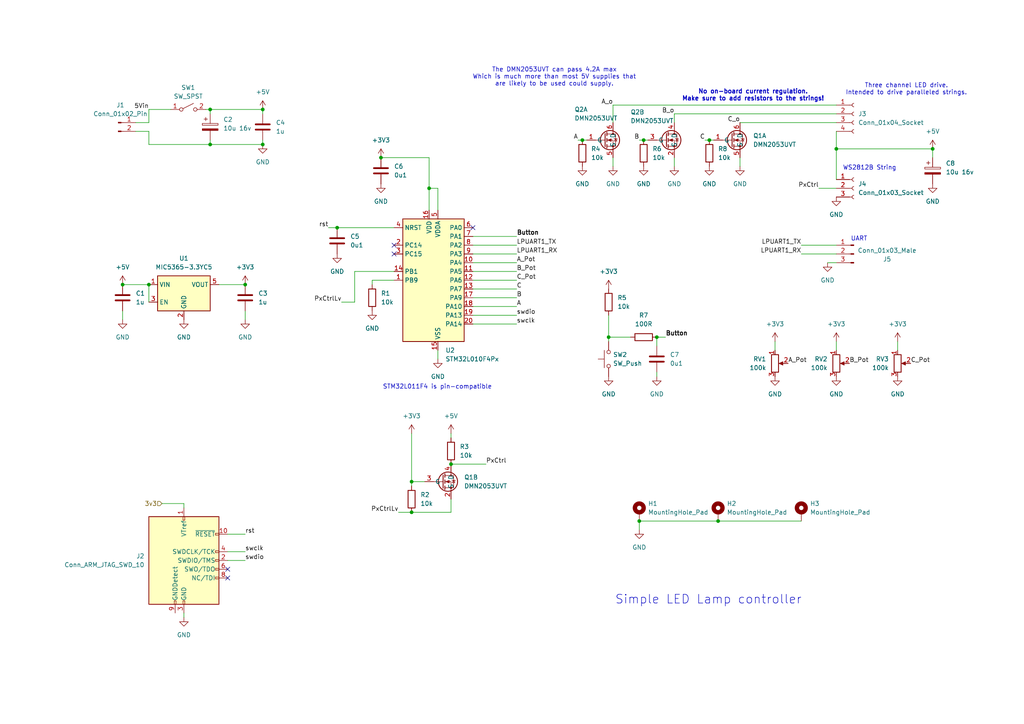
<source format=kicad_sch>
(kicad_sch (version 20230819) (generator eeschema)
  (paper "A4")
  (lib_symbols
    (symbol "Connector:Conn_01x02_Pin" (pin_names (offset 1.016) hide)
      (property "Reference" "J" (at 0 2.54 0))
      (property "Value" "Conn_01x02_Pin" (at 0 -5.08 0))
      (symbol "Conn_01x02_Pin_1_1"
        (polyline (pts (xy 1.27 -2.54) (xy 0.8636 -2.54)) (stroke (width 0.1524)))
        (polyline (pts (xy 1.27 0) (xy 0.8636 0)) (stroke (width 0.1524)))
        (rectangle (start 0.8636 -2.413) (end 0 -2.667) (stroke (width 0.1524)) (fill (type outline)))
        (rectangle (start 0.8636 0.127) (end 0 -0.127) (stroke (width 0.1524)) (fill (type outline)))
        (pin passive line (at 5.08 0 180) (length 3.81) (name "Pin_1") (number "1"))
        (pin passive line (at 5.08 -2.54 180) (length 3.81) (name "Pin_2") (number "2"))
      )
    )
    (symbol "Connector:Conn_01x03_Male" (pin_names (offset 1.016) hide)
      (property "Reference" "J" (at 0 5.08 0))
      (property "Value" "Conn_01x03_Male" (at 0 -5.08 0))
      (symbol "Conn_01x03_Male_1_1"
        (polyline (pts (xy 1.27 -2.54) (xy 0.8636 -2.54)) (stroke (width 0.1524)))
        (polyline (pts (xy 1.27 0) (xy 0.8636 0)) (stroke (width 0.1524)))
        (polyline (pts (xy 1.27 2.54) (xy 0.8636 2.54)) (stroke (width 0.1524)))
        (rectangle (start 0.8636 -2.413) (end 0 -2.667) (stroke (width 0.1524)) (fill (type outline)))
        (rectangle (start 0.8636 0.127) (end 0 -0.127) (stroke (width 0.1524)) (fill (type outline)))
        (rectangle (start 0.8636 2.667) (end 0 2.413) (stroke (width 0.1524)) (fill (type outline)))
        (pin passive line (at 5.08 2.54 180) (length 3.81) (name "Pin_1") (number "1"))
        (pin passive line (at 5.08 0 180) (length 3.81) (name "Pin_2") (number "2"))
        (pin passive line (at 5.08 -2.54 180) (length 3.81) (name "Pin_3") (number "3"))
      )
    )
    (symbol "Connector:Conn_01x03_Socket" (pin_names (offset 1.016) hide)
      (property "Reference" "J" (at 0 5.08 0))
      (property "Value" "Conn_01x03_Socket" (at 0 -5.08 0))
      (symbol "Conn_01x03_Socket_1_1"
        (arc (start 0 -2.032) (mid -0.5058 -2.54) (end 0 -3.048) (stroke (width 0.1524)))
        (polyline (pts (xy -1.27 -2.54) (xy -0.508 -2.54)) (stroke (width 0.1524)))
        (polyline (pts (xy -1.27 0) (xy -0.508 0)) (stroke (width 0.1524)))
        (polyline (pts (xy -1.27 2.54) (xy -0.508 2.54)) (stroke (width 0.1524)))
        (arc (start 0 0.508) (mid -0.5058 0) (end 0 -0.508) (stroke (width 0.1524)))
        (arc (start 0 3.048) (mid -0.5058 2.54) (end 0 2.032) (stroke (width 0.1524)))
        (pin passive line (at -5.08 2.54 0) (length 3.81) (name "Pin_1") (number "1"))
        (pin passive line (at -5.08 0 0) (length 3.81) (name "Pin_2") (number "2"))
        (pin passive line (at -5.08 -2.54 0) (length 3.81) (name "Pin_3") (number "3"))
      )
    )
    (symbol "Connector:Conn_01x04_Socket" (pin_names (offset 1.016) hide)
      (property "Reference" "J" (at 0 5.08 0))
      (property "Value" "Conn_01x04_Socket" (at 0 -7.62 0))
      (symbol "Conn_01x04_Socket_1_1"
        (arc (start 0 -4.572) (mid -0.5058 -5.08) (end 0 -5.588) (stroke (width 0.1524)))
        (arc (start 0 -2.032) (mid -0.5058 -2.54) (end 0 -3.048) (stroke (width 0.1524)))
        (polyline (pts (xy -1.27 -5.08) (xy -0.508 -5.08)) (stroke (width 0.1524)))
        (polyline (pts (xy -1.27 -2.54) (xy -0.508 -2.54)) (stroke (width 0.1524)))
        (polyline (pts (xy -1.27 0) (xy -0.508 0)) (stroke (width 0.1524)))
        (polyline (pts (xy -1.27 2.54) (xy -0.508 2.54)) (stroke (width 0.1524)))
        (arc (start 0 0.508) (mid -0.5058 0) (end 0 -0.508) (stroke (width 0.1524)))
        (arc (start 0 3.048) (mid -0.5058 2.54) (end 0 2.032) (stroke (width 0.1524)))
        (pin passive line (at -5.08 2.54 0) (length 3.81) (name "Pin_1") (number "1"))
        (pin passive line (at -5.08 0 0) (length 3.81) (name "Pin_2") (number "2"))
        (pin passive line (at -5.08 -2.54 0) (length 3.81) (name "Pin_3") (number "3"))
        (pin passive line (at -5.08 -5.08 0) (length 3.81) (name "Pin_4") (number "4"))
      )
    )
    (symbol "Connector:Conn_ARM_JTAG_SWD_10" (pin_names (offset 1.016))
      (property "Reference" "J" (at -2.54 16.51 0))
      (property "Value" "Conn_ARM_JTAG_SWD_10" (at -2.54 13.97 0))
      (symbol "Conn_ARM_JTAG_SWD_10_0_1"
        (rectangle (start -10.16 12.7) (end 10.16 -12.7) (stroke (width 0.254)) (fill (type background)))
        (rectangle (start -2.794 -12.7) (end -2.286 -11.684))
        (rectangle (start -0.254 -12.7) (end 0.254 -11.684))
        (rectangle (start -0.254 12.7) (end 0.254 11.684))
        (rectangle (start 9.144 2.286) (end 10.16 2.794))
        (rectangle (start 10.16 -2.794) (end 9.144 -2.286))
        (rectangle (start 10.16 -0.254) (end 9.144 0.254))
        (rectangle (start 10.16 7.874) (end 9.144 7.366))
      )
      (symbol "Conn_ARM_JTAG_SWD_10_1_1"
        (rectangle (start 9.144 -5.334) (end 10.16 -4.826))
        (pin power_in line (at 0 15.24 270) (length 2.54) (name "VTref") (number "1"))
        (pin open_collector line (at 12.7 7.62 180) (length 2.54) (name "~{RESET}") (number "10"))
        (pin bidirectional line (at 12.7 0 180) (length 2.54) (name "SWDIO/TMS") (number "2"))
        (pin power_in line (at 0 -15.24 90) (length 2.54) (name "GND") (number "3"))
        (pin output line (at 12.7 2.54 180) (length 2.54) (name "SWDCLK/TCK") (number "4"))
        (pin passive line (at 0 -15.24 90) (length 2.54) hide (name "GND") (number "5"))
        (pin input line (at 12.7 -2.54 180) (length 2.54) (name "SWO/TDO") (number "6"))
        (pin no_connect line (at -10.16 0 0) (length 2.54) hide (name "KEY") (number "7"))
        (pin output line (at 12.7 -5.08 180) (length 2.54) (name "NC/TDI") (number "8"))
        (pin passive line (at -2.54 -15.24 90) (length 2.54) (name "GNDDetect") (number "9"))
      )
    )
    (symbol "Device:C" (pin_numbers hide) (pin_names (offset 0.254))
      (property "Reference" "C" (at 0.635 2.54 0))
      (property "Value" "C" (at 0.635 -2.54 0))
      (symbol "C_0_1"
        (polyline (pts (xy -2.032 -0.762) (xy 2.032 -0.762)) (stroke (width 0.508)))
        (polyline (pts (xy -2.032 0.762) (xy 2.032 0.762)) (stroke (width 0.508)))
      )
      (symbol "C_1_1"
        (pin passive line (at 0 3.81 270) (length 2.794) (name "~") (number "1"))
        (pin passive line (at 0 -3.81 90) (length 2.794) (name "~") (number "2"))
      )
    )
    (symbol "Device:C_Polarized" (pin_numbers hide) (pin_names (offset 0.254))
      (property "Reference" "C" (at 0.635 2.54 0))
      (property "Value" "C_Polarized" (at 0.635 -2.54 0))
      (symbol "C_Polarized_0_1"
        (rectangle (start -2.286 0.508) (end 2.286 1.016))
        (polyline (pts (xy -1.778 2.286) (xy -0.762 2.286)))
        (polyline (pts (xy -1.27 2.794) (xy -1.27 1.778)))
        (rectangle (start 2.286 -0.508) (end -2.286 -1.016) (fill (type outline)))
      )
      (symbol "C_Polarized_1_1"
        (pin passive line (at 0 3.81 270) (length 2.794) (name "~") (number "1"))
        (pin passive line (at 0 -3.81 90) (length 2.794) (name "~") (number "2"))
      )
    )
    (symbol "Device:R" (pin_numbers hide) (pin_names (offset 0))
      (property "Reference" "R" (at 2.032 0 90))
      (property "Value" "R" (at 0 0 90))
      (symbol "R_0_1"
        (rectangle (start -1.016 -2.54) (end 1.016 2.54) (stroke (width 0.254)))
      )
      (symbol "R_1_1"
        (pin passive line (at 0 3.81 270) (length 1.27) (name "~") (number "1"))
        (pin passive line (at 0 -3.81 90) (length 1.27) (name "~") (number "2"))
      )
    )
    (symbol "Device:R_Potentiometer" (pin_names (offset 1.016) hide)
      (property "Reference" "RV" (at -4.445 0 90))
      (property "Value" "R_Potentiometer" (at -2.54 0 90))
      (symbol "R_Potentiometer_0_1"
        (polyline (pts (xy 2.54 0) (xy 1.524 0)))
        (polyline (pts (xy 1.143 0) (xy 2.286 0.508) (xy 2.286 -0.508) (xy 1.143 0)) (fill (type outline)))
        (rectangle (start 1.016 2.54) (end -1.016 -2.54) (stroke (width 0.254)))
      )
      (symbol "R_Potentiometer_1_1"
        (pin passive line (at 0 3.81 270) (length 1.27) (name "1") (number "1"))
        (pin passive line (at 3.81 0 180) (length 1.27) (name "2") (number "2"))
        (pin passive line (at 0 -3.81 90) (length 1.27) (name "3") (number "3"))
      )
    )
    (symbol "MCU_ST_STM32L0:STM32L010F4Px"
      (property "Reference" "U" (at -7.62 19.05 0))
      (property "Value" "STM32L010F4Px" (at 5.08 19.05 0))
      (symbol "STM32L010F4Px_0_1"
        (rectangle (start -7.62 -17.78) (end 10.16 17.78) (stroke (width 0.254)) (fill (type background)))
      )
      (symbol "STM32L010F4Px_1_1"
        (pin bidirectional line (at -10.16 0 0) (length 2.54) (name "PB9") (number "1"))
        (pin bidirectional line (at 12.7 5.08 180) (length 2.54) (name "PA4") (number "10"))
        (pin bidirectional line (at 12.7 2.54 180) (length 2.54) (name "PA5") (number "11"))
        (pin bidirectional line (at 12.7 0 180) (length 2.54) (name "PA6") (number "12"))
        (pin bidirectional line (at 12.7 -2.54 180) (length 2.54) (name "PA7") (number "13"))
        (pin bidirectional line (at -10.16 2.54 0) (length 2.54) (name "PB1") (number "14"))
        (pin power_in line (at 2.54 -20.32 90) (length 2.54) (name "VSS") (number "15"))
        (pin power_in line (at 0 20.32 270) (length 2.54) (name "VDD") (number "16"))
        (pin bidirectional line (at 12.7 -5.08 180) (length 2.54) (name "PA9") (number "17"))
        (pin bidirectional line (at 12.7 -7.62 180) (length 2.54) (name "PA10") (number "18"))
        (pin bidirectional line (at 12.7 -10.16 180) (length 2.54) (name "PA13") (number "19"))
        (pin bidirectional line (at -10.16 10.16 0) (length 2.54) (name "PC14") (number "2"))
        (pin bidirectional line (at 12.7 -12.7 180) (length 2.54) (name "PA14") (number "20"))
        (pin bidirectional line (at -10.16 7.62 0) (length 2.54) (name "PC15") (number "3"))
        (pin input line (at -10.16 15.24 0) (length 2.54) (name "NRST") (number "4"))
        (pin power_in line (at 2.54 20.32 270) (length 2.54) (name "VDDA") (number "5"))
        (pin bidirectional line (at 12.7 15.24 180) (length 2.54) (name "PA0") (number "6"))
        (pin bidirectional line (at 12.7 12.7 180) (length 2.54) (name "PA1") (number "7"))
        (pin bidirectional line (at 12.7 10.16 180) (length 2.54) (name "PA2") (number "8"))
        (pin bidirectional line (at 12.7 7.62 180) (length 2.54) (name "PA3") (number "9"))
      )
    )
    (symbol "Mechanical:MountingHole_Pad" (pin_numbers hide) (pin_names (offset 1.016) hide)
      (property "Reference" "H" (at 0 6.35 0))
      (property "Value" "MountingHole_Pad" (at 0 4.445 0))
      (symbol "MountingHole_Pad_0_1"
        (circle (center 0 1.27) (radius 1.27) (stroke (width 1.27)))
      )
      (symbol "MountingHole_Pad_1_1"
        (pin input line (at 0 -2.54 90) (length 2.54) (name "1") (number "1"))
      )
    )
    (symbol "Regulator_Linear:MIC5365-3.3YC5"
      (property "Reference" "U" (at -6.35 6.35 0))
      (property "Value" "MIC5365-3.3YC5" (at 0 6.35 0))
      (symbol "MIC5365-3.3YC5_0_1"
        (rectangle (start -7.62 -5.08) (end 7.62 5.08) (stroke (width 0.254)) (fill (type background)))
      )
      (symbol "MIC5365-3.3YC5_1_1"
        (pin power_in line (at -10.16 2.54 0) (length 2.54) (name "VIN") (number "1"))
        (pin power_in line (at 0 -7.62 90) (length 2.54) (name "GND") (number "2"))
        (pin input line (at -10.16 -2.54 0) (length 2.54) (name "EN") (number "3"))
        (pin no_connect line (at 7.62 -2.54 180) (length 2.54) hide (name "NC") (number "4"))
        (pin power_out line (at 10.16 2.54 180) (length 2.54) (name "VOUT") (number "5"))
      )
    )
    (symbol "Switch:SW_Push" (pin_numbers hide) (pin_names (offset 1.016) hide)
      (property "Reference" "SW" (at 1.27 2.54 0))
      (property "Value" "SW_Push" (at 0 -1.524 0))
      (symbol "SW_Push_0_1"
        (circle (center -2.032 0) (radius 0.508))
        (polyline (pts (xy 0 1.27) (xy 0 3.048)))
        (polyline (pts (xy 2.54 1.27) (xy -2.54 1.27)))
        (circle (center 2.032 0) (radius 0.508))
        (pin passive line (at -5.08 0 0) (length 2.54) (name "1") (number "1"))
        (pin passive line (at 5.08 0 180) (length 2.54) (name "2") (number "2"))
      )
    )
    (symbol "Switch:SW_SPST" (pin_names (offset 0) hide)
      (property "Reference" "SW" (at 0 3.175 0))
      (property "Value" "SW_SPST" (at 0 -2.54 0))
      (symbol "SW_SPST_0_0"
        (circle (center -2.032 0) (radius 0.508))
        (polyline (pts (xy -1.524 0.254) (xy 1.524 1.778)))
        (circle (center 2.032 0) (radius 0.508))
      )
      (symbol "SW_SPST_1_1"
        (pin passive line (at -5.08 0 0) (length 2.54) (name "A") (number "1"))
        (pin passive line (at 5.08 0 180) (length 2.54) (name "B") (number "2"))
      )
    )
    (symbol "kicad_global_library:DMN2053UVT"
      (property "Reference" "Q" (at 0 9.398 0))
      (property "Value" "DMN2053UVT" (at -0.508 6.604 0))
      (symbol "DMN2053UVT_0_1"
        (polyline (pts (xy 5.334 0) (xy 2.54 0)))
        (polyline (pts (xy 5.334 1.905) (xy 5.334 -1.905)) (stroke (width 0.254)))
        (polyline (pts (xy 5.842 -1.27) (xy 5.842 -2.286)) (stroke (width 0.254)))
        (polyline (pts (xy 5.842 0.508) (xy 5.842 -0.508)) (stroke (width 0.254)))
        (polyline (pts (xy 5.842 2.286) (xy 5.842 1.27)) (stroke (width 0.254)))
        (polyline (pts (xy 7.62 2.54) (xy 7.62 1.778)))
        (polyline (pts (xy 7.62 -2.54) (xy 7.62 0) (xy 5.842 0)))
        (polyline (pts (xy 5.842 -1.778) (xy 8.382 -1.778) (xy 8.382 1.778) (xy 5.842 1.778)))
        (polyline (pts (xy 6.096 0) (xy 7.112 0.381) (xy 7.112 -0.381) (xy 6.096 0)) (fill (type outline)))
        (polyline (pts (xy 7.874 0.508) (xy 8.001 0.381) (xy 8.763 0.381) (xy 8.89 0.254)))
        (polyline (pts (xy 8.382 0.381) (xy 8.001 -0.254) (xy 8.763 -0.254) (xy 8.382 0.381)))
        (circle (center 6.731 0) (radius 2.794) (stroke (width 0.254)))
        (circle (center 7.62 -1.778) (radius 0.254) (fill (type outline)))
        (circle (center 7.62 1.778) (radius 0.254) (fill (type outline)))
      )
      (symbol "DMN2053UVT_1_1"
        (pin input line (at 0 0 0) (length 2.54) (name "G") (number "1"))
        (pin passive line (at 7.62 -5.08 90) (length 2.54) (name "S") (number "5"))
        (pin passive line (at 7.62 5.08 270) (length 2.54) (name "D") (number "6"))
      )
      (symbol "DMN2053UVT_2_1"
        (pin passive line (at 7.62 -5.08 90) (length 2.54) (name "S") (number "2"))
        (pin input line (at 0 0 0) (length 2.54) (name "G") (number "3"))
        (pin passive line (at 7.62 5.08 270) (length 2.54) (name "D") (number "4"))
      )
    )
    (symbol "power:+3V3" (power) (pin_names (offset 0))
      (property "Value" "+3V3" (at 0 3.556 0))
      (symbol "+3V3_0_1"
        (polyline (pts (xy -0.762 1.27) (xy 0 2.54)))
        (polyline (pts (xy 0 0) (xy 0 2.54)))
        (polyline (pts (xy 0 2.54) (xy 0.762 1.27)))
      )
      (symbol "+3V3_1_1"
        (pin power_in line (at 0 0 90) (length 0) hide (name "+3V3") (number "1"))
      )
    )
    (symbol "power:+5V" (power) (pin_names (offset 0))
      (property "Value" "+5V" (at 0 3.556 0))
      (symbol "+5V_0_1"
        (polyline (pts (xy -0.762 1.27) (xy 0 2.54)))
        (polyline (pts (xy 0 0) (xy 0 2.54)))
        (polyline (pts (xy 0 2.54) (xy 0.762 1.27)))
      )
      (symbol "+5V_1_1"
        (pin power_in line (at 0 0 90) (length 0) hide (name "+5V") (number "1"))
      )
    )
    (symbol "power:GND" (power) (pin_names (offset 0))
      (property "Value" "GND" (at 0 -3.81 0))
      (symbol "GND_0_1"
        (polyline (pts (xy 0 0) (xy 0 -1.27) (xy 1.27 -1.27) (xy 0 -2.54) (xy -1.27 -1.27) (xy 0 -1.27)))
      )
      (symbol "GND_1_1"
        (pin power_in line (at 0 0 270) (length 0) hide (name "GND") (number "1"))
      )
    )
  )
  (junction (at 185.42 151.13))
  (junction (at 270.51 43.18))
  (junction (at 130.81 134.62))
  (junction (at 190.5 97.79))
  (junction (at 242.57 43.18))
  (junction (at 168.91 40.64))
  (junction (at 110.49 45.72))
  (junction (at 119.38 148.59))
  (junction (at 60.96 31.75))
  (junction (at 60.96 41.91))
  (junction (at 76.2 31.75))
  (junction (at 176.53 97.79))
  (junction (at 43.18 82.55))
  (junction (at 76.2 41.91))
  (junction (at 35.56 82.55))
  (junction (at 205.74 40.64))
  (junction (at 186.69 40.64))
  (junction (at 208.28 151.13))
  (junction (at 119.38 139.7))
  (junction (at 124.46 54.61))
  (junction (at 97.79 66.04))
  (junction (at 71.12 82.55))
  (no_connect (at 137.16 66.04))
  (no_connect (at 66.04 165.1))
  (no_connect (at 114.3 73.66))
  (no_connect (at 66.04 167.64))
  (no_connect (at 114.3 71.12))
  (wire (pts (xy 119.38 148.59) (xy 130.81 148.59)))
  (wire (pts (xy 190.5 107.95) (xy 190.5 109.22)))
  (wire (pts (xy 130.81 125.73) (xy 130.81 127)))
  (wire (pts (xy 102.87 78.74) (xy 114.3 78.74)))
  (wire (pts (xy 177.8 48.26) (xy 177.8 45.72)))
  (wire (pts (xy 260.35 99.06) (xy 260.35 101.6)))
  (wire (pts (xy 137.16 73.66) (xy 149.86 73.66)))
  (wire (pts (xy 190.5 97.79) (xy 190.5 100.33)))
  (wire (pts (xy 242.57 43.18) (xy 242.57 52.07)))
  (wire (pts (xy 130.81 144.78) (xy 130.81 148.59)))
  (wire (pts (xy 232.41 71.12) (xy 242.57 71.12)))
  (wire (pts (xy 43.18 35.56) (xy 39.37 35.56)))
  (wire (pts (xy 35.56 82.55) (xy 43.18 82.55)))
  (wire (pts (xy 35.56 92.71) (xy 35.56 90.17)))
  (wire (pts (xy 60.96 41.91) (xy 43.18 41.91)))
  (wire (pts (xy 137.16 91.44) (xy 149.86 91.44)))
  (wire (pts (xy 185.42 153.67) (xy 185.42 151.13)))
  (wire (pts (xy 127 60.96) (xy 127 54.61)))
  (wire (pts (xy 60.96 41.91) (xy 60.96 40.64)))
  (wire (pts (xy 176.53 97.79) (xy 176.53 99.06)))
  (wire (pts (xy 176.53 91.44) (xy 176.53 97.79)))
  (wire (pts (xy 115.57 148.59) (xy 119.38 148.59)))
  (wire (pts (xy 43.18 31.75) (xy 43.18 35.56)))
  (wire (pts (xy 66.04 160.02) (xy 71.12 160.02)))
  (wire (pts (xy 149.86 81.28) (xy 137.16 81.28)))
  (wire (pts (xy 149.86 88.9) (xy 137.16 88.9)))
  (wire (pts (xy 149.86 83.82) (xy 137.16 83.82)))
  (wire (pts (xy 95.25 66.04) (xy 97.79 66.04)))
  (wire (pts (xy 195.58 35.56) (xy 195.58 33.02)))
  (wire (pts (xy 168.91 40.64) (xy 170.18 40.64)))
  (wire (pts (xy 214.63 48.26) (xy 214.63 45.72)))
  (wire (pts (xy 186.69 40.64) (xy 187.96 40.64)))
  (wire (pts (xy 185.42 40.64) (xy 186.69 40.64)))
  (wire (pts (xy 99.06 87.63) (xy 102.87 87.63)))
  (wire (pts (xy 137.16 71.12) (xy 149.86 71.12)))
  (wire (pts (xy 102.87 87.63) (xy 102.87 78.74)))
  (wire (pts (xy 177.8 30.48) (xy 177.8 35.56)))
  (wire (pts (xy 107.95 81.28) (xy 114.3 81.28)))
  (wire (pts (xy 66.04 162.56) (xy 71.12 162.56)))
  (wire (pts (xy 242.57 43.18) (xy 242.57 38.1)))
  (wire (pts (xy 149.86 68.58) (xy 137.16 68.58)))
  (wire (pts (xy 177.8 30.48) (xy 242.57 30.48)))
  (wire (pts (xy 124.46 45.72) (xy 124.46 54.61)))
  (wire (pts (xy 76.2 41.91) (xy 60.96 41.91)))
  (wire (pts (xy 63.5 82.55) (xy 71.12 82.55)))
  (wire (pts (xy 242.57 54.61) (xy 237.49 54.61)))
  (wire (pts (xy 53.34 146.05) (xy 46.99 146.05)))
  (wire (pts (xy 167.64 40.64) (xy 168.91 40.64)))
  (wire (pts (xy 195.58 33.02) (xy 242.57 33.02)))
  (wire (pts (xy 214.63 35.56) (xy 242.57 35.56)))
  (wire (pts (xy 137.16 93.98) (xy 149.86 93.98)))
  (wire (pts (xy 205.74 40.64) (xy 207.01 40.64)))
  (wire (pts (xy 43.18 87.63) (xy 43.18 82.55)))
  (wire (pts (xy 127 54.61) (xy 124.46 54.61)))
  (wire (pts (xy 127 101.6) (xy 127 104.14)))
  (wire (pts (xy 76.2 33.02) (xy 76.2 31.75)))
  (wire (pts (xy 242.57 99.06) (xy 242.57 101.6)))
  (wire (pts (xy 193.04 97.79) (xy 190.5 97.79)))
  (wire (pts (xy 71.12 92.71) (xy 71.12 90.17)))
  (wire (pts (xy 53.34 177.8) (xy 53.34 179.07)))
  (wire (pts (xy 195.58 48.26) (xy 195.58 45.72)))
  (wire (pts (xy 224.79 99.06) (xy 224.79 101.6)))
  (wire (pts (xy 119.38 139.7) (xy 119.38 140.97)))
  (wire (pts (xy 149.86 78.74) (xy 137.16 78.74)))
  (wire (pts (xy 149.86 76.2) (xy 137.16 76.2)))
  (wire (pts (xy 66.04 154.94) (xy 71.12 154.94)))
  (wire (pts (xy 53.34 147.32) (xy 53.34 146.05)))
  (wire (pts (xy 242.57 43.18) (xy 270.51 43.18)))
  (wire (pts (xy 242.57 76.2) (xy 240.03 76.2)))
  (wire (pts (xy 76.2 31.75) (xy 60.96 31.75)))
  (wire (pts (xy 149.86 86.36) (xy 137.16 86.36)))
  (wire (pts (xy 176.53 97.79) (xy 182.88 97.79)))
  (wire (pts (xy 119.38 125.73) (xy 119.38 139.7)))
  (wire (pts (xy 123.19 139.7) (xy 119.38 139.7)))
  (wire (pts (xy 124.46 60.96) (xy 124.46 54.61)))
  (wire (pts (xy 204.47 40.64) (xy 205.74 40.64)))
  (wire (pts (xy 185.42 151.13) (xy 208.28 151.13)))
  (wire (pts (xy 60.96 31.75) (xy 60.96 33.02)))
  (wire (pts (xy 208.28 151.13) (xy 232.41 151.13)))
  (wire (pts (xy 43.18 41.91) (xy 43.18 38.1)))
  (wire (pts (xy 59.69 31.75) (xy 60.96 31.75)))
  (wire (pts (xy 232.41 73.66) (xy 242.57 73.66)))
  (wire (pts (xy 97.79 66.04) (xy 114.3 66.04)))
  (wire (pts (xy 130.81 134.62) (xy 140.97 134.62)))
  (wire (pts (xy 110.49 45.72) (xy 124.46 45.72)))
  (wire (pts (xy 49.53 31.75) (xy 43.18 31.75)))
  (wire (pts (xy 270.51 45.72) (xy 270.51 43.18)))
  (wire (pts (xy 76.2 41.91) (xy 76.2 40.64)))
  (wire (pts (xy 107.95 82.55) (xy 107.95 81.28)))
  (wire (pts (xy 43.18 38.1) (xy 39.37 38.1)))
  (text "The DMN2053UVT can pass 4.2A max\nWhich is much more than most 5V supplies that\nare likely to be used could supply." (at 160.782 22.352 0) (effects (font (size 1.27 1.27))))
  (text "UART" (at 249.174 69.342 0) (effects (font (size 1.27 1.27))))
  (text "No on-board current regulation.\nMake sure to add resistors to the strings!" (at 218.44 27.686 0) (effects (font (size 1.27 1.27) (thickness 0.254) bold)))
  (text "Simple LED Lamp controller" (at 205.486 173.99 0) (effects (font (size 2.54 2.54))))
  (text "Three channel LED drive.\nIntended to drive paralleled strings." (at 262.89 25.908 0) (effects (font (size 1.27 1.27))))
  (text "STM32L011F4 is pin-compatible" (at 110.998 113.03 0) (effects (font (size 1.27 1.27)) (justify left bottom)))
  (text "WS2812B String" (at 252.222 48.768 0) (effects (font (size 1.27 1.27))))
  (label "swdio" (at 71.12 162.56 0))
  (label "B_Pot" (at 149.86 78.74 0))
  (label "C_Pot" (at 264.16 105.41 0))
  (label "5Vin" (at 43.18 31.75 180))
  (label "swclk" (at 149.86 93.98 0))
  (label "A" (at 149.86 88.9 0))
  (label "B_o" (at 195.58 33.02 180))
  (label "LPUART1_RX" (at 232.41 73.66 180))
  (label "rst" (at 71.12 154.94 0))
  (label "B" (at 185.42 40.64 180))
  (label "C_o" (at 214.63 35.56 180))
  (label "B" (at 149.86 86.36 0))
  (label "LPUART1_TX" (at 149.86 71.12 0))
  (label "C_Pot" (at 149.86 81.28 0))
  (label "A_Pot" (at 228.6 105.41 0))
  (label "rst" (at 95.25 66.04 180))
  (label "LPUART1_RX" (at 149.86 73.66 0))
  (label "Button" (at 193.04 97.79 0) (effects (font bold)))
  (label "Button" (at 149.86 68.58 0) (effects (font bold)))
  (label "B_Pot" (at 246.38 105.41 0))
  (label "swdio" (at 149.86 91.44 0))
  (label "swclk" (at 71.12 160.02 0))
  (label "PxCtrlLv" (at 99.06 87.63 180))
  (label "A_Pot" (at 149.86 76.2 0))
  (label "C" (at 204.47 40.64 180))
  (label "PxCtrl" (at 237.49 54.61 180))
  (label "PxCtrl" (at 140.97 134.62 0))
  (label "LPUART1_TX" (at 232.41 71.12 180))
  (label "PxCtrlLv" (at 115.57 148.59 180))
  (label "A_o" (at 177.8 30.48 180))
  (label "C" (at 149.86 83.82 0))
  (label "A" (at 167.64 40.64 180))
  (hierarchical_label "3v3" (shape input) (at 46.99 146.05 180))
  (symbol (lib_id "Device:C") (at 190.5 104.14 0) (unit 1)
    (property "Reference" "C7" (at 194.31 102.8699 0) (effects (justify left)))
    (property "Value" "0u1" (at 194.31 105.4099 0) (effects (justify left)))
    (property "Footprint" "Capacitor_SMD:C_0805_2012Metric_Pad1.18x1.45mm_HandSolder" (effects hide))
    (property "Description" "Unpolarized capacitor" (effects hide))
  )
  (symbol (lib_id "Switch:SW_Push") (at 176.53 104.14 90) (unit 1)
    (property "Reference" "SW2" (at 177.8 102.8699 90) (effects (justify right)))
    (property "Value" "SW_Push" (at 177.8 105.4099 90) (effects (justify right)))
    (property "Footprint" "Connector_PinHeader_1.27mm:PinHeader_1x02_P1.27mm_Vertical" (effects hide))
    (property "Description" "Push button switch, generic, two pins" (effects hide))
  )
  (symbol (lib_id "Connector:Conn_ARM_JTAG_SWD_10") (at 53.34 162.56 0) (unit 1)
    (property "Reference" "J2" (at 41.91 161.2899 0) (effects (justify right)))
    (property "Value" "Conn_ARM_JTAG_SWD_10" (at 41.91 163.8299 0) (effects (justify right)))
    (property "Footprint" "Connector_PinHeader_1.27mm:PinHeader_2x05_P1.27mm_Vertical" (effects hide))
    (property "Datasheet" "http://infocenter.arm.com/help/topic/com.arm.doc.ddi0314h/DDI0314H_coresight_components_trm.pdf" (effects hide))
  )
  (symbol (lib_id "power:+5V") (at 270.51 43.18 0) (unit 1)
    (property "Reference" "#PWR033" (effects hide))
    (property "Value" "+5V" (at 270.51 38.1 0))
    (property "Description" "Power symbol creates a global label with name \"+5V\"" (effects hide))
  )
  (symbol (lib_id "power:GND") (at 71.12 92.71 0) (unit 1)
    (property "Reference" "#PWR06" (effects hide))
    (property "Value" "GND" (at 71.12 97.79 0))
    (property "Description" "Power symbol creates a global label with name \"GND\" , ground" (effects hide))
  )
  (symbol (lib_id "Device:R") (at 205.74 44.45 0) (unit 1)
    (property "Reference" "R8" (at 208.28 43.1799 0) (effects (justify left)))
    (property "Value" "10k" (at 208.28 45.7199 0) (effects (justify left)))
    (property "Footprint" "Resistor_SMD:R_0603_1608Metric_Pad0.98x0.95mm_HandSolder" (effects hide))
  )
  (symbol (lib_id "Device:C") (at 71.12 86.36 0) (unit 1)
    (property "Reference" "C3" (at 74.93 85.0899 0) (effects (justify left)))
    (property "Value" "1u" (at 74.93 87.6299 0) (effects (justify left)))
    (property "Footprint" "Capacitor_SMD:C_0805_2012Metric_Pad1.18x1.45mm_HandSolder" (effects hide))
    (property "Description" "Unpolarized capacitor" (effects hide))
  )
  (symbol (lib_id "kicad_global_library:DMN2053UVT") (at 207.01 40.64 0) (unit 1)
    (property "Reference" "Q1" (at 218.44 39.3699 0) (effects (justify left)))
    (property "Value" "DMN2053UVT" (at 218.44 41.9099 0) (effects (justify left)))
    (property "Footprint" "Package_TO_SOT_SMD:TSOT-23-6" (effects hide))
    (property "Datasheet" "https://www.diodes.com/assets/Datasheets/DMN2053UVT.pdf" (effects hide))
    (property "Description" "MOSFET 2N-CH 20V 4.6A TSOT26" (effects hide))
  )
  (symbol (lib_id "Device:R") (at 107.95 86.36 0) (unit 1)
    (property "Reference" "R1" (at 110.49 85.0899 0) (effects (justify left)))
    (property "Value" "10k" (at 110.49 87.6299 0) (effects (justify left)))
    (property "Footprint" "Resistor_SMD:R_0603_1608Metric_Pad0.98x0.95mm_HandSolder" (effects hide))
    (property "Description" "Resistor" (effects hide))
  )
  (symbol (lib_id "power:GND") (at 168.91 48.26 0) (unit 1)
    (property "Reference" "#PWR016" (effects hide))
    (property "Value" "GND" (at 168.91 53.34 0))
  )
  (symbol (lib_id "power:+3V3") (at 110.49 45.72 0) (unit 1)
    (property "Reference" "#PWR011" (effects hide))
    (property "Value" "+3V3" (at 110.49 40.64 0))
    (property "Description" "Power symbol creates a global label with name \"+3V3\"" (effects hide))
  )
  (symbol (lib_id "Device:C_Polarized") (at 270.51 49.53 0) (unit 1)
    (property "Reference" "C8" (at 274.32 47.3709 0) (effects (justify left)))
    (property "Value" "10u 16v" (at 274.32 49.9109 0) (effects (justify left)))
    (property "Footprint" "Capacitor_THT:CP_Radial_D4.0mm_P2.00mm" (effects hide))
    (property "Description" "Polarized capacitor" (effects hide))
  )
  (symbol (lib_id "Device:C_Polarized") (at 60.96 36.83 0) (unit 1)
    (property "Reference" "C2" (at 64.77 34.6709 0) (effects (justify left)))
    (property "Value" "10u 16v" (at 64.77 37.2109 0) (effects (justify left)))
    (property "Footprint" "Capacitor_THT:CP_Radial_D4.0mm_P2.00mm" (effects hide))
    (property "Description" "Polarized capacitor" (effects hide))
  )
  (symbol (lib_id "power:GND") (at 260.35 109.22 0) (unit 1)
    (property "Reference" "#PWR032" (effects hide))
    (property "Value" "GND" (at 260.35 114.3 0))
  )
  (symbol (lib_id "Mechanical:MountingHole_Pad") (at 185.42 148.59 0) (unit 1)
    (property "Reference" "H1" (at 187.96 146.0499 0) (effects (justify left)))
    (property "Value" "MountingHole_Pad" (at 187.96 148.5899 0) (effects (justify left)))
    (property "Footprint" "MountingHole:MountingHole_2.2mm_M2_DIN965_Pad" (effects hide))
    (property "Description" "Mounting Hole with connection" (effects hide))
  )
  (symbol (lib_id "Device:R") (at 176.53 87.63 0) (unit 1)
    (property "Reference" "R5" (at 179.07 86.3599 0) (effects (justify left)))
    (property "Value" "10k" (at 179.07 88.8999 0) (effects (justify left)))
    (property "Footprint" "Resistor_SMD:R_0603_1608Metric_Pad0.98x0.95mm_HandSolder" (effects hide))
  )
  (symbol (lib_id "Device:R") (at 130.81 130.81 0) (unit 1)
    (property "Reference" "R3" (at 133.35 129.5399 0) (effects (justify left)))
    (property "Value" "10k" (at 133.35 132.0799 0) (effects (justify left)))
    (property "Footprint" "Resistor_SMD:R_0603_1608Metric_Pad0.98x0.95mm_HandSolder" (effects hide))
  )
  (symbol (lib_id "Device:R_Potentiometer") (at 242.57 105.41 0) (unit 1)
    (property "Reference" "RV2" (at 240.03 104.1399 0) (effects (justify right)))
    (property "Value" "100k" (at 240.03 106.6799 0) (effects (justify right)))
    (property "Footprint" "Connector_PinHeader_1.27mm:PinHeader_1x03_P1.27mm_Vertical" (effects hide))
    (property "Description" "Potentiometer" (effects hide))
  )
  (symbol (lib_id "Device:R") (at 186.69 97.79 90) (unit 1)
    (property "Reference" "R7" (at 186.69 91.44 90))
    (property "Value" "100R" (at 186.69 93.98 90))
    (property "Footprint" "Resistor_SMD:R_0603_1608Metric_Pad0.98x0.95mm_HandSolder" (effects hide))
  )
  (symbol (lib_id "power:GND") (at 205.74 48.26 0) (unit 1)
    (property "Reference" "#PWR023" (effects hide))
    (property "Value" "GND" (at 205.74 53.34 0))
  )
  (symbol (lib_id "power:GND") (at 97.79 73.66 0) (unit 1)
    (property "Reference" "#PWR09" (effects hide))
    (property "Value" "GND" (at 97.79 78.74 0))
  )
  (symbol (lib_id "power:GND") (at 190.5 109.22 0) (unit 1)
    (property "Reference" "#PWR021" (effects hide))
    (property "Value" "GND" (at 190.5 114.3 0))
  )
  (symbol (lib_id "Device:R") (at 119.38 144.78 0) (unit 1)
    (property "Reference" "R2" (at 121.92 143.5099 0) (effects (justify left)))
    (property "Value" "10k" (at 121.92 146.0499 0) (effects (justify left)))
    (property "Footprint" "Resistor_SMD:R_0603_1608Metric_Pad0.98x0.95mm_HandSolder" (effects hide))
  )
  (symbol (lib_id "Device:R") (at 186.69 44.45 0) (unit 1)
    (property "Reference" "R6" (at 189.23 43.1799 0) (effects (justify left)))
    (property "Value" "10k" (at 189.23 45.7199 0) (effects (justify left)))
    (property "Footprint" "Resistor_SMD:R_0603_1608Metric_Pad0.98x0.95mm_HandSolder" (effects hide))
  )
  (symbol (lib_id "power:+5V") (at 35.56 82.55 0) (unit 1)
    (property "Reference" "#PWR01" (effects hide))
    (property "Value" "+5V" (at 35.56 77.47 0))
    (property "Description" "Power symbol creates a global label with name \"+5V\"" (effects hide))
  )
  (symbol (lib_id "power:GND") (at 176.53 109.22 0) (unit 1)
    (property "Reference" "#PWR018" (effects hide))
    (property "Value" "GND" (at 176.53 114.3 0))
  )
  (symbol (lib_id "Switch:SW_SPST") (at 54.61 31.75 0) (unit 1)
    (property "Reference" "SW1" (at 54.61 25.4 0))
    (property "Value" "SW_SPST" (at 54.61 27.94 0))
    (property "Footprint" "Connector_PinHeader_2.54mm:PinHeader_1x02_P2.54mm_Vertical" (effects hide))
    (property "Description" "Single Pole Single Throw (SPST) switch" (effects hide))
  )
  (symbol (lib_id "power:GND") (at 242.57 57.15 0) (unit 1)
    (property "Reference" "#PWR028" (effects hide))
    (property "Value" "GND" (at 242.57 62.23 0))
  )
  (symbol (lib_id "power:GND") (at 214.63 48.26 0) (unit 1)
    (property "Reference" "#PWR024" (effects hide))
    (property "Value" "GND" (at 214.63 53.34 0))
  )
  (symbol (lib_id "power:GND") (at 110.49 53.34 0) (unit 1)
    (property "Reference" "#PWR012" (effects hide))
    (property "Value" "GND" (at 110.49 58.42 0))
  )
  (symbol (lib_id "Connector:Conn_01x04_Socket") (at 247.65 33.02 0) (unit 1)
    (property "Reference" "J3" (at 248.92 33.0199 0) (effects (justify left)))
    (property "Value" "Conn_01x04_Socket" (at 248.92 35.5599 0) (effects (justify left)))
    (property "Footprint" "Connector_PinHeader_2.54mm:PinHeader_1x04_P2.54mm_Vertical" (effects hide))
    (property "Description" "Generic connector, single row, 01x04, script generated" (effects hide))
  )
  (symbol (lib_id "Connector:Conn_01x02_Pin") (at 34.29 35.56 0) (unit 1)
    (property "Reference" "J1" (at 34.925 30.48 0))
    (property "Value" "Conn_01x02_Pin" (at 34.925 33.02 0))
    (property "Footprint" "Connector_PinHeader_2.54mm:PinHeader_1x02_P2.54mm_Vertical" (effects hide))
    (property "Description" "Generic connector, single row, 01x02, script generated" (effects hide))
  )
  (symbol (lib_id "Regulator_Linear:MIC5365-3.3YC5") (at 53.34 85.09 0) (unit 1)
    (property "Reference" "U1" (at 53.34 74.93 0))
    (property "Value" "MIC5365-3.3YC5" (at 53.34 77.47 0))
    (property "Footprint" "Package_TO_SOT_SMD:SOT-353_SC-70-5" (effects hide))
    (property "Datasheet" "http://ww1.microchip.com/downloads/en/DeviceDoc/mic5365.pdf" (effects hide))
    (property "Description" "150mA Low-dropout Voltage Regulator, Vout 3.3V, Vin up to 5.5V, SC-70-5" (effects hide))
  )
  (symbol (lib_id "Device:R_Potentiometer") (at 224.79 105.41 0) (unit 1)
    (property "Reference" "RV1" (at 222.25 104.1399 0) (effects (justify right)))
    (property "Value" "100k" (at 222.25 106.6799 0) (effects (justify right)))
    (property "Footprint" "Connector_PinHeader_1.27mm:PinHeader_1x03_P1.27mm_Vertical" (effects hide))
    (property "Description" "Potentiometer" (effects hide))
  )
  (symbol (lib_id "power:GND") (at 186.69 48.26 0) (unit 1)
    (property "Reference" "#PWR020" (effects hide))
    (property "Value" "GND" (at 186.69 53.34 0))
  )
  (symbol (lib_id "power:+3V3") (at 119.38 125.73 0) (unit 1)
    (property "Reference" "#PWR013" (effects hide))
    (property "Value" "+3V3" (at 119.38 120.65 0))
    (property "Description" "Power symbol creates a global label with name \"+3V3\"" (effects hide))
  )
  (symbol (lib_id "power:GND") (at 270.51 53.34 0) (unit 1)
    (property "Reference" "#PWR034" (effects hide))
    (property "Value" "GND" (at 270.51 58.42 0))
  )
  (symbol (lib_id "power:GND") (at 107.95 90.17 0) (unit 1)
    (property "Reference" "#PWR010" (effects hide))
    (property "Value" "GND" (at 107.95 95.25 0))
  )
  (symbol (lib_id "power:GND") (at 240.03 76.2 0) (mirror y) (unit 1)
    (property "Reference" "#PWR027" (effects hide))
    (property "Value" "GND" (at 240.03 81.28 0))
  )
  (symbol (lib_id "kicad_global_library:DMN2053UVT") (at 170.18 40.64 0) (unit 1)
    (property "Reference" "Q2" (at 166.624 31.75 0) (effects (justify left)))
    (property "Value" "DMN2053UVT" (at 166.624 34.29 0) (effects (justify left)))
    (property "Footprint" "Package_TO_SOT_SMD:TSOT-23-6" (effects hide))
    (property "Datasheet" "https://www.diodes.com/assets/Datasheets/DMN2053UVT.pdf" (effects hide))
    (property "Description" "MOSFET 2N-CH 20V 4.6A TSOT26" (effects hide))
  )
  (symbol (lib_id "kicad_global_library:DMN2053UVT") (at 123.19 139.7 0) (unit 2)
    (property "Reference" "Q1" (at 134.62 138.4299 0) (effects (justify left)))
    (property "Value" "DMN2053UVT" (at 134.62 140.9699 0) (effects (justify left)))
    (property "Footprint" "Package_TO_SOT_SMD:TSOT-23-6" (effects hide))
    (property "Datasheet" "https://www.diodes.com/assets/Datasheets/DMN2053UVT.pdf" (effects hide))
    (property "Description" "MOSFET 2N-CH 20V 4.6A TSOT26" (effects hide))
  )
  (symbol (lib_id "power:+3V3") (at 224.79 99.06 0) (unit 1)
    (property "Reference" "#PWR025" (effects hide))
    (property "Value" "+3V3" (at 224.79 93.98 0))
    (property "Description" "Power symbol creates a global label with name \"+3V3\"" (effects hide))
  )
  (symbol (lib_id "power:GND") (at 35.56 92.71 0) (unit 1)
    (property "Reference" "#PWR02" (effects hide))
    (property "Value" "GND" (at 35.56 97.79 0))
    (property "Description" "Power symbol creates a global label with name \"GND\" , ground" (effects hide))
  )
  (symbol (lib_id "Mechanical:MountingHole_Pad") (at 208.28 148.59 0) (unit 1)
    (property "Reference" "H2" (at 210.82 146.0499 0) (effects (justify left)))
    (property "Value" "MountingHole_Pad" (at 210.82 148.5899 0) (effects (justify left)))
    (property "Footprint" "MountingHole:MountingHole_2.2mm_M2_DIN965_Pad" (effects hide))
    (property "Description" "Mounting Hole with connection" (effects hide))
  )
  (symbol (lib_id "Device:C") (at 97.79 69.85 0) (unit 1)
    (property "Reference" "C5" (at 101.6 68.5799 0) (effects (justify left)))
    (property "Value" "0u1" (at 101.6 71.1199 0) (effects (justify left)))
    (property "Footprint" "Capacitor_SMD:C_0805_2012Metric_Pad1.18x1.45mm_HandSolder" (effects hide))
    (property "Description" "Unpolarized capacitor" (effects hide))
  )
  (symbol (lib_id "power:GND") (at 177.8 48.26 0) (unit 1)
    (property "Reference" "#PWR019" (effects hide))
    (property "Value" "GND" (at 177.8 53.34 0))
  )
  (symbol (lib_id "Device:C") (at 110.49 49.53 0) (unit 1)
    (property "Reference" "C6" (at 114.3 48.2599 0) (effects (justify left)))
    (property "Value" "0u1" (at 114.3 50.7999 0) (effects (justify left)))
    (property "Footprint" "Capacitor_SMD:C_0805_2012Metric_Pad1.18x1.45mm_HandSolder" (effects hide))
    (property "Description" "Unpolarized capacitor" (effects hide))
  )
  (symbol (lib_id "power:GND") (at 53.34 179.07 0) (unit 1)
    (property "Reference" "#PWR04" (effects hide))
    (property "Value" "GND" (at 53.34 184.15 0))
  )
  (symbol (lib_id "power:+5V") (at 76.2 31.75 0) (unit 1)
    (property "Reference" "#PWR07" (effects hide))
    (property "Value" "+5V" (at 76.2 26.67 0))
    (property "Description" "Power symbol creates a global label with name \"+5V\"" (effects hide))
  )
  (symbol (lib_id "power:GND") (at 185.42 153.67 0) (unit 1)
    (property "Reference" "#PWR035" (effects hide))
    (property "Value" "GND" (at 185.42 158.75 0))
  )
  (symbol (lib_id "power:+3V3") (at 71.12 82.55 0) (unit 1)
    (property "Reference" "#PWR05" (effects hide))
    (property "Value" "+3V3" (at 71.12 77.47 0))
    (property "Description" "Power symbol creates a global label with name \"+3V3\"" (effects hide))
  )
  (symbol (lib_id "power:+3V3") (at 176.53 83.82 0) (unit 1)
    (property "Reference" "#PWR017" (effects hide))
    (property "Value" "+3V3" (at 176.53 78.74 0))
    (property "Description" "Power symbol creates a global label with name \"+3V3\"" (effects hide))
  )
  (symbol (lib_id "power:+3V3") (at 260.35 99.06 0) (unit 1)
    (property "Reference" "#PWR031" (effects hide))
    (property "Value" "+3V3" (at 260.35 93.98 0))
    (property "Description" "Power symbol creates a global label with name \"+3V3\"" (effects hide))
  )
  (symbol (lib_id "power:+5V") (at 130.81 125.73 0) (unit 1)
    (property "Reference" "#PWR015" (effects hide))
    (property "Value" "+5V" (at 130.81 120.65 0))
  )
  (symbol (lib_id "power:GND") (at 195.58 48.26 0) (unit 1)
    (property "Reference" "#PWR022" (effects hide))
    (property "Value" "GND" (at 195.58 53.34 0))
  )
  (symbol (lib_id "Device:R") (at 168.91 44.45 0) (unit 1)
    (property "Reference" "R4" (at 171.45 43.1799 0) (effects (justify left)))
    (property "Value" "10k" (at 171.45 45.7199 0) (effects (justify left)))
    (property "Footprint" "Resistor_SMD:R_0603_1608Metric_Pad0.98x0.95mm_HandSolder" (effects hide))
  )
  (symbol (lib_id "power:GND") (at 76.2 41.91 0) (unit 1)
    (property "Reference" "#PWR08" (effects hide))
    (property "Value" "GND" (at 76.2 46.99 0))
    (property "Description" "Power symbol creates a global label with name \"GND\" , ground" (effects hide))
  )
  (symbol (lib_id "Device:C") (at 76.2 36.83 0) (unit 1)
    (property "Reference" "C4" (at 80.01 35.5599 0) (effects (justify left)))
    (property "Value" "1u" (at 80.01 38.0999 0) (effects (justify left)))
    (property "Footprint" "Capacitor_SMD:C_0805_2012Metric_Pad1.18x1.45mm_HandSolder" (effects hide))
    (property "Description" "Unpolarized capacitor" (effects hide))
  )
  (symbol (lib_id "kicad_global_library:DMN2053UVT") (at 187.96 40.64 0) (unit 2)
    (property "Reference" "Q2" (at 182.88 32.512 0) (effects (justify left)))
    (property "Value" "DMN2053UVT" (at 182.88 35.052 0) (effects (justify left)))
    (property "Footprint" "Package_TO_SOT_SMD:TSOT-23-6" (effects hide))
    (property "Datasheet" "https://www.diodes.com/assets/Datasheets/DMN2053UVT.pdf" (effects hide))
    (property "Description" "MOSFET 2N-CH 20V 4.6A TSOT26" (effects hide))
  )
  (symbol (lib_id "power:GND") (at 127 104.14 0) (unit 1)
    (property "Reference" "#PWR014" (effects hide))
    (property "Value" "GND" (at 127 109.22 0))
  )
  (symbol (lib_id "Connector:Conn_01x03_Socket") (at 247.65 54.61 0) (unit 1)
    (property "Reference" "J4" (at 248.92 53.3399 0) (effects (justify left)))
    (property "Value" "Conn_01x03_Socket" (at 248.92 55.8799 0) (effects (justify left)))
    (property "Footprint" "Connector_PinHeader_2.54mm:PinHeader_1x03_P2.54mm_Vertical" (effects hide))
    (property "Description" "Generic connector, single row, 01x03, script generated" (effects hide))
  )
  (symbol (lib_id "power:+3V3") (at 242.57 99.06 0) (unit 1)
    (property "Reference" "#PWR029" (effects hide))
    (property "Value" "+3V3" (at 242.57 93.98 0))
    (property "Description" "Power symbol creates a global label with name \"+3V3\"" (effects hide))
  )
  (symbol (lib_id "power:GND") (at 53.34 92.71 0) (unit 1)
    (property "Reference" "#PWR03" (effects hide))
    (property "Value" "GND" (at 53.34 97.79 0))
    (property "Description" "Power symbol creates a global label with name \"GND\" , ground" (effects hide))
  )
  (symbol (lib_id "Device:C") (at 35.56 86.36 0) (unit 1)
    (property "Reference" "C1" (at 39.37 85.0899 0) (effects (justify left)))
    (property "Value" "1u" (at 39.37 87.6299 0) (effects (justify left)))
    (property "Footprint" "Capacitor_SMD:C_0805_2012Metric_Pad1.18x1.45mm_HandSolder" (effects hide))
    (property "Description" "Unpolarized capacitor" (effects hide))
  )
  (symbol (lib_id "MCU_ST_STM32L0:STM32L010F4Px") (at 124.46 81.28 0) (unit 1)
    (property "Reference" "U2" (at 129.1941 101.6 0) (effects (justify left)))
    (property "Value" "STM32L010F4Px" (at 129.1941 104.14 0) (effects (justify left)))
    (property "Footprint" "Package_SO:TSSOP-20_4.4x6.5mm_P0.65mm" (effects hide))
    (property "Datasheet" "https://www.st.com/resource/en/datasheet/stm32l010f4.pdf" (effects hide))
    (property "Description" "STMicroelectronics Arm Cortex-M0+ MCU, 16KB flash, 2KB RAM, 32 MHz, 1.8-3.6V, 16 GPIO, TSSOP20" (effects hide))
  )
  (symbol (lib_id "power:GND") (at 224.79 109.22 0) (unit 1)
    (property "Reference" "#PWR026" (effects hide))
    (property "Value" "GND" (at 224.79 114.3 0))
  )
  (symbol (lib_id "power:GND") (at 242.57 109.22 0) (unit 1)
    (property "Reference" "#PWR030" (effects hide))
    (property "Value" "GND" (at 242.57 114.3 0))
  )
  (symbol (lib_id "Mechanical:MountingHole_Pad") (at 232.41 148.59 0) (unit 1)
    (property "Reference" "H3" (at 234.95 146.0499 0) (effects (justify left)))
    (property "Value" "MountingHole_Pad" (at 234.95 148.5899 0) (effects (justify left)))
    (property "Footprint" "MountingHole:MountingHole_2.2mm_M2_DIN965_Pad" (effects hide))
    (property "Description" "Mounting Hole with connection" (effects hide))
  )
  (symbol (lib_id "Device:R_Potentiometer") (at 260.35 105.41 0) (unit 1)
    (property "Reference" "RV3" (at 257.81 104.1399 0) (effects (justify right)))
    (property "Value" "100k" (at 257.81 106.6799 0) (effects (justify right)))
    (property "Footprint" "Connector_PinHeader_1.27mm:PinHeader_1x03_P1.27mm_Vertical" (effects hide))
    (property "Description" "Potentiometer" (effects hide))
  )
  (symbol (lib_id "Connector:Conn_01x03_Male") (at 247.65 73.66 0) (mirror y) (unit 1)
    (property "Reference" "J5" (at 257.302 75.184 0))
    (property "Value" "Conn_01x03_Male" (at 257.302 72.644 0))
    (property "Footprint" "Connector_PinHeader_1.00mm:PinHeader_1x03_P1.00mm_Vertical" (effects hide))
  )
)
</source>
